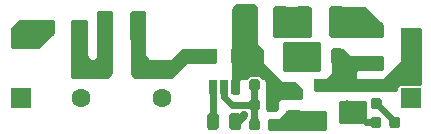
<source format=gbr>
%TF.GenerationSoftware,KiCad,Pcbnew,(5.0.2)-1*%
%TF.CreationDate,2019-03-05T14:35:33+01:00*%
%TF.ProjectId,ac-dc-converter-mp171,61632d64-632d-4636-9f6e-766572746572,rev?*%
%TF.SameCoordinates,Original*%
%TF.FileFunction,Copper,L1,Top*%
%TF.FilePolarity,Positive*%
%FSLAX46Y46*%
G04 Gerber Fmt 4.6, Leading zero omitted, Abs format (unit mm)*
G04 Created by KiCad (PCBNEW (5.0.2)-1) date 05/03/2019 14:35:33*
%MOMM*%
%LPD*%
G01*
G04 APERTURE LIST*
%ADD10C,0.100000*%
%ADD11C,0.875000*%
%ADD12R,1.600000X1.600000*%
%ADD13C,1.600000*%
%ADD14C,1.250000*%
%ADD15C,0.975000*%
%ADD16R,1.700000X1.700000*%
%ADD17R,0.650000X1.220000*%
%ADD18R,1.100000X1.100000*%
%ADD19C,0.800000*%
%ADD20C,0.900000*%
%ADD21C,0.700000*%
%ADD22C,0.600000*%
%ADD23C,0.254000*%
G04 APERTURE END LIST*
D10*
G36*
X139533691Y-105698053D02*
X139554926Y-105701203D01*
X139575750Y-105706419D01*
X139595962Y-105713651D01*
X139615368Y-105722830D01*
X139633781Y-105733866D01*
X139651024Y-105746654D01*
X139666930Y-105761070D01*
X139681346Y-105776976D01*
X139694134Y-105794219D01*
X139705170Y-105812632D01*
X139714349Y-105832038D01*
X139721581Y-105852250D01*
X139726797Y-105873074D01*
X139729947Y-105894309D01*
X139731000Y-105915750D01*
X139731000Y-106428250D01*
X139729947Y-106449691D01*
X139726797Y-106470926D01*
X139721581Y-106491750D01*
X139714349Y-106511962D01*
X139705170Y-106531368D01*
X139694134Y-106549781D01*
X139681346Y-106567024D01*
X139666930Y-106582930D01*
X139651024Y-106597346D01*
X139633781Y-106610134D01*
X139615368Y-106621170D01*
X139595962Y-106630349D01*
X139575750Y-106637581D01*
X139554926Y-106642797D01*
X139533691Y-106645947D01*
X139512250Y-106647000D01*
X139074750Y-106647000D01*
X139053309Y-106645947D01*
X139032074Y-106642797D01*
X139011250Y-106637581D01*
X138991038Y-106630349D01*
X138971632Y-106621170D01*
X138953219Y-106610134D01*
X138935976Y-106597346D01*
X138920070Y-106582930D01*
X138905654Y-106567024D01*
X138892866Y-106549781D01*
X138881830Y-106531368D01*
X138872651Y-106511962D01*
X138865419Y-106491750D01*
X138860203Y-106470926D01*
X138857053Y-106449691D01*
X138856000Y-106428250D01*
X138856000Y-105915750D01*
X138857053Y-105894309D01*
X138860203Y-105873074D01*
X138865419Y-105852250D01*
X138872651Y-105832038D01*
X138881830Y-105812632D01*
X138892866Y-105794219D01*
X138905654Y-105776976D01*
X138920070Y-105761070D01*
X138935976Y-105746654D01*
X138953219Y-105733866D01*
X138971632Y-105722830D01*
X138991038Y-105713651D01*
X139011250Y-105706419D01*
X139032074Y-105701203D01*
X139053309Y-105698053D01*
X139074750Y-105697000D01*
X139512250Y-105697000D01*
X139533691Y-105698053D01*
X139533691Y-105698053D01*
G37*
D11*
X139293500Y-106172000D03*
D10*
G36*
X141108691Y-105698053D02*
X141129926Y-105701203D01*
X141150750Y-105706419D01*
X141170962Y-105713651D01*
X141190368Y-105722830D01*
X141208781Y-105733866D01*
X141226024Y-105746654D01*
X141241930Y-105761070D01*
X141256346Y-105776976D01*
X141269134Y-105794219D01*
X141280170Y-105812632D01*
X141289349Y-105832038D01*
X141296581Y-105852250D01*
X141301797Y-105873074D01*
X141304947Y-105894309D01*
X141306000Y-105915750D01*
X141306000Y-106428250D01*
X141304947Y-106449691D01*
X141301797Y-106470926D01*
X141296581Y-106491750D01*
X141289349Y-106511962D01*
X141280170Y-106531368D01*
X141269134Y-106549781D01*
X141256346Y-106567024D01*
X141241930Y-106582930D01*
X141226024Y-106597346D01*
X141208781Y-106610134D01*
X141190368Y-106621170D01*
X141170962Y-106630349D01*
X141150750Y-106637581D01*
X141129926Y-106642797D01*
X141108691Y-106645947D01*
X141087250Y-106647000D01*
X140649750Y-106647000D01*
X140628309Y-106645947D01*
X140607074Y-106642797D01*
X140586250Y-106637581D01*
X140566038Y-106630349D01*
X140546632Y-106621170D01*
X140528219Y-106610134D01*
X140510976Y-106597346D01*
X140495070Y-106582930D01*
X140480654Y-106567024D01*
X140467866Y-106549781D01*
X140456830Y-106531368D01*
X140447651Y-106511962D01*
X140440419Y-106491750D01*
X140435203Y-106470926D01*
X140432053Y-106449691D01*
X140431000Y-106428250D01*
X140431000Y-105915750D01*
X140432053Y-105894309D01*
X140435203Y-105873074D01*
X140440419Y-105852250D01*
X140447651Y-105832038D01*
X140456830Y-105812632D01*
X140467866Y-105794219D01*
X140480654Y-105776976D01*
X140495070Y-105761070D01*
X140510976Y-105746654D01*
X140528219Y-105733866D01*
X140546632Y-105722830D01*
X140566038Y-105713651D01*
X140586250Y-105706419D01*
X140607074Y-105701203D01*
X140628309Y-105698053D01*
X140649750Y-105697000D01*
X141087250Y-105697000D01*
X141108691Y-105698053D01*
X141108691Y-105698053D01*
G37*
D11*
X140868500Y-106172000D03*
D10*
G36*
X139596691Y-102560553D02*
X139617926Y-102563703D01*
X139638750Y-102568919D01*
X139658962Y-102576151D01*
X139678368Y-102585330D01*
X139696781Y-102596366D01*
X139714024Y-102609154D01*
X139729930Y-102623570D01*
X139744346Y-102639476D01*
X139757134Y-102656719D01*
X139768170Y-102675132D01*
X139777349Y-102694538D01*
X139784581Y-102714750D01*
X139789797Y-102735574D01*
X139792947Y-102756809D01*
X139794000Y-102778250D01*
X139794000Y-103215750D01*
X139792947Y-103237191D01*
X139789797Y-103258426D01*
X139784581Y-103279250D01*
X139777349Y-103299462D01*
X139768170Y-103318868D01*
X139757134Y-103337281D01*
X139744346Y-103354524D01*
X139729930Y-103370430D01*
X139714024Y-103384846D01*
X139696781Y-103397634D01*
X139678368Y-103408670D01*
X139658962Y-103417849D01*
X139638750Y-103425081D01*
X139617926Y-103430297D01*
X139596691Y-103433447D01*
X139575250Y-103434500D01*
X139062750Y-103434500D01*
X139041309Y-103433447D01*
X139020074Y-103430297D01*
X138999250Y-103425081D01*
X138979038Y-103417849D01*
X138959632Y-103408670D01*
X138941219Y-103397634D01*
X138923976Y-103384846D01*
X138908070Y-103370430D01*
X138893654Y-103354524D01*
X138880866Y-103337281D01*
X138869830Y-103318868D01*
X138860651Y-103299462D01*
X138853419Y-103279250D01*
X138848203Y-103258426D01*
X138845053Y-103237191D01*
X138844000Y-103215750D01*
X138844000Y-102778250D01*
X138845053Y-102756809D01*
X138848203Y-102735574D01*
X138853419Y-102714750D01*
X138860651Y-102694538D01*
X138869830Y-102675132D01*
X138880866Y-102656719D01*
X138893654Y-102639476D01*
X138908070Y-102623570D01*
X138923976Y-102609154D01*
X138941219Y-102596366D01*
X138959632Y-102585330D01*
X138979038Y-102576151D01*
X138999250Y-102568919D01*
X139020074Y-102563703D01*
X139041309Y-102560553D01*
X139062750Y-102559500D01*
X139575250Y-102559500D01*
X139596691Y-102560553D01*
X139596691Y-102560553D01*
G37*
D11*
X139319000Y-102997000D03*
D10*
G36*
X139596691Y-104135553D02*
X139617926Y-104138703D01*
X139638750Y-104143919D01*
X139658962Y-104151151D01*
X139678368Y-104160330D01*
X139696781Y-104171366D01*
X139714024Y-104184154D01*
X139729930Y-104198570D01*
X139744346Y-104214476D01*
X139757134Y-104231719D01*
X139768170Y-104250132D01*
X139777349Y-104269538D01*
X139784581Y-104289750D01*
X139789797Y-104310574D01*
X139792947Y-104331809D01*
X139794000Y-104353250D01*
X139794000Y-104790750D01*
X139792947Y-104812191D01*
X139789797Y-104833426D01*
X139784581Y-104854250D01*
X139777349Y-104874462D01*
X139768170Y-104893868D01*
X139757134Y-104912281D01*
X139744346Y-104929524D01*
X139729930Y-104945430D01*
X139714024Y-104959846D01*
X139696781Y-104972634D01*
X139678368Y-104983670D01*
X139658962Y-104992849D01*
X139638750Y-105000081D01*
X139617926Y-105005297D01*
X139596691Y-105008447D01*
X139575250Y-105009500D01*
X139062750Y-105009500D01*
X139041309Y-105008447D01*
X139020074Y-105005297D01*
X138999250Y-105000081D01*
X138979038Y-104992849D01*
X138959632Y-104983670D01*
X138941219Y-104972634D01*
X138923976Y-104959846D01*
X138908070Y-104945430D01*
X138893654Y-104929524D01*
X138880866Y-104912281D01*
X138869830Y-104893868D01*
X138860651Y-104874462D01*
X138853419Y-104854250D01*
X138848203Y-104833426D01*
X138845053Y-104812191D01*
X138844000Y-104790750D01*
X138844000Y-104353250D01*
X138845053Y-104331809D01*
X138848203Y-104310574D01*
X138853419Y-104289750D01*
X138860651Y-104269538D01*
X138869830Y-104250132D01*
X138880866Y-104231719D01*
X138893654Y-104214476D01*
X138908070Y-104198570D01*
X138923976Y-104184154D01*
X138941219Y-104171366D01*
X138959632Y-104160330D01*
X138979038Y-104151151D01*
X138999250Y-104143919D01*
X139020074Y-104138703D01*
X139041309Y-104135553D01*
X139062750Y-104134500D01*
X139575250Y-104134500D01*
X139596691Y-104135553D01*
X139596691Y-104135553D01*
G37*
D11*
X139319000Y-104572000D03*
D12*
X121158000Y-101640000D03*
D13*
X121158000Y-104140000D03*
D10*
G36*
X116728504Y-96720204D02*
X116752773Y-96723804D01*
X116776571Y-96729765D01*
X116799671Y-96738030D01*
X116821849Y-96748520D01*
X116842893Y-96761133D01*
X116862598Y-96775747D01*
X116880777Y-96792223D01*
X116897253Y-96810402D01*
X116911867Y-96830107D01*
X116924480Y-96851151D01*
X116934970Y-96873329D01*
X116943235Y-96896429D01*
X116949196Y-96920227D01*
X116952796Y-96944496D01*
X116954000Y-96969000D01*
X116954000Y-99119000D01*
X116952796Y-99143504D01*
X116949196Y-99167773D01*
X116943235Y-99191571D01*
X116934970Y-99214671D01*
X116924480Y-99236849D01*
X116911867Y-99257893D01*
X116897253Y-99277598D01*
X116880777Y-99295777D01*
X116862598Y-99312253D01*
X116842893Y-99326867D01*
X116821849Y-99339480D01*
X116799671Y-99349970D01*
X116776571Y-99358235D01*
X116752773Y-99364196D01*
X116728504Y-99367796D01*
X116704000Y-99369000D01*
X115954000Y-99369000D01*
X115929496Y-99367796D01*
X115905227Y-99364196D01*
X115881429Y-99358235D01*
X115858329Y-99349970D01*
X115836151Y-99339480D01*
X115815107Y-99326867D01*
X115795402Y-99312253D01*
X115777223Y-99295777D01*
X115760747Y-99277598D01*
X115746133Y-99257893D01*
X115733520Y-99236849D01*
X115723030Y-99214671D01*
X115714765Y-99191571D01*
X115708804Y-99167773D01*
X115705204Y-99143504D01*
X115704000Y-99119000D01*
X115704000Y-96969000D01*
X115705204Y-96944496D01*
X115708804Y-96920227D01*
X115714765Y-96896429D01*
X115723030Y-96873329D01*
X115733520Y-96851151D01*
X115746133Y-96830107D01*
X115760747Y-96810402D01*
X115777223Y-96792223D01*
X115795402Y-96775747D01*
X115815107Y-96761133D01*
X115836151Y-96748520D01*
X115858329Y-96738030D01*
X115881429Y-96729765D01*
X115905227Y-96723804D01*
X115929496Y-96720204D01*
X115954000Y-96719000D01*
X116704000Y-96719000D01*
X116728504Y-96720204D01*
X116728504Y-96720204D01*
G37*
D14*
X116329000Y-98044000D03*
D10*
G36*
X119528504Y-96720204D02*
X119552773Y-96723804D01*
X119576571Y-96729765D01*
X119599671Y-96738030D01*
X119621849Y-96748520D01*
X119642893Y-96761133D01*
X119662598Y-96775747D01*
X119680777Y-96792223D01*
X119697253Y-96810402D01*
X119711867Y-96830107D01*
X119724480Y-96851151D01*
X119734970Y-96873329D01*
X119743235Y-96896429D01*
X119749196Y-96920227D01*
X119752796Y-96944496D01*
X119754000Y-96969000D01*
X119754000Y-99119000D01*
X119752796Y-99143504D01*
X119749196Y-99167773D01*
X119743235Y-99191571D01*
X119734970Y-99214671D01*
X119724480Y-99236849D01*
X119711867Y-99257893D01*
X119697253Y-99277598D01*
X119680777Y-99295777D01*
X119662598Y-99312253D01*
X119642893Y-99326867D01*
X119621849Y-99339480D01*
X119599671Y-99349970D01*
X119576571Y-99358235D01*
X119552773Y-99364196D01*
X119528504Y-99367796D01*
X119504000Y-99369000D01*
X118754000Y-99369000D01*
X118729496Y-99367796D01*
X118705227Y-99364196D01*
X118681429Y-99358235D01*
X118658329Y-99349970D01*
X118636151Y-99339480D01*
X118615107Y-99326867D01*
X118595402Y-99312253D01*
X118577223Y-99295777D01*
X118560747Y-99277598D01*
X118546133Y-99257893D01*
X118533520Y-99236849D01*
X118523030Y-99214671D01*
X118514765Y-99191571D01*
X118508804Y-99167773D01*
X118505204Y-99143504D01*
X118504000Y-99119000D01*
X118504000Y-96969000D01*
X118505204Y-96944496D01*
X118508804Y-96920227D01*
X118514765Y-96896429D01*
X118523030Y-96873329D01*
X118533520Y-96851151D01*
X118546133Y-96830107D01*
X118560747Y-96810402D01*
X118577223Y-96792223D01*
X118595402Y-96775747D01*
X118615107Y-96761133D01*
X118636151Y-96748520D01*
X118658329Y-96738030D01*
X118681429Y-96729765D01*
X118705227Y-96723804D01*
X118729496Y-96720204D01*
X118754000Y-96719000D01*
X119504000Y-96719000D01*
X119528504Y-96720204D01*
X119528504Y-96720204D01*
G37*
D14*
X119129000Y-98044000D03*
D10*
G36*
X127633642Y-105409674D02*
X127657303Y-105413184D01*
X127680507Y-105418996D01*
X127703029Y-105427054D01*
X127724653Y-105437282D01*
X127745170Y-105449579D01*
X127764383Y-105463829D01*
X127782107Y-105479893D01*
X127798171Y-105497617D01*
X127812421Y-105516830D01*
X127824718Y-105537347D01*
X127834946Y-105558971D01*
X127843004Y-105581493D01*
X127848816Y-105604697D01*
X127852326Y-105628358D01*
X127853500Y-105652250D01*
X127853500Y-106564750D01*
X127852326Y-106588642D01*
X127848816Y-106612303D01*
X127843004Y-106635507D01*
X127834946Y-106658029D01*
X127824718Y-106679653D01*
X127812421Y-106700170D01*
X127798171Y-106719383D01*
X127782107Y-106737107D01*
X127764383Y-106753171D01*
X127745170Y-106767421D01*
X127724653Y-106779718D01*
X127703029Y-106789946D01*
X127680507Y-106798004D01*
X127657303Y-106803816D01*
X127633642Y-106807326D01*
X127609750Y-106808500D01*
X127122250Y-106808500D01*
X127098358Y-106807326D01*
X127074697Y-106803816D01*
X127051493Y-106798004D01*
X127028971Y-106789946D01*
X127007347Y-106779718D01*
X126986830Y-106767421D01*
X126967617Y-106753171D01*
X126949893Y-106737107D01*
X126933829Y-106719383D01*
X126919579Y-106700170D01*
X126907282Y-106679653D01*
X126897054Y-106658029D01*
X126888996Y-106635507D01*
X126883184Y-106612303D01*
X126879674Y-106588642D01*
X126878500Y-106564750D01*
X126878500Y-105652250D01*
X126879674Y-105628358D01*
X126883184Y-105604697D01*
X126888996Y-105581493D01*
X126897054Y-105558971D01*
X126907282Y-105537347D01*
X126919579Y-105516830D01*
X126933829Y-105497617D01*
X126949893Y-105479893D01*
X126967617Y-105463829D01*
X126986830Y-105449579D01*
X127007347Y-105437282D01*
X127028971Y-105427054D01*
X127051493Y-105418996D01*
X127074697Y-105413184D01*
X127098358Y-105409674D01*
X127122250Y-105408500D01*
X127609750Y-105408500D01*
X127633642Y-105409674D01*
X127633642Y-105409674D01*
G37*
D15*
X127366000Y-106108500D03*
D10*
G36*
X125758642Y-105409674D02*
X125782303Y-105413184D01*
X125805507Y-105418996D01*
X125828029Y-105427054D01*
X125849653Y-105437282D01*
X125870170Y-105449579D01*
X125889383Y-105463829D01*
X125907107Y-105479893D01*
X125923171Y-105497617D01*
X125937421Y-105516830D01*
X125949718Y-105537347D01*
X125959946Y-105558971D01*
X125968004Y-105581493D01*
X125973816Y-105604697D01*
X125977326Y-105628358D01*
X125978500Y-105652250D01*
X125978500Y-106564750D01*
X125977326Y-106588642D01*
X125973816Y-106612303D01*
X125968004Y-106635507D01*
X125959946Y-106658029D01*
X125949718Y-106679653D01*
X125937421Y-106700170D01*
X125923171Y-106719383D01*
X125907107Y-106737107D01*
X125889383Y-106753171D01*
X125870170Y-106767421D01*
X125849653Y-106779718D01*
X125828029Y-106789946D01*
X125805507Y-106798004D01*
X125782303Y-106803816D01*
X125758642Y-106807326D01*
X125734750Y-106808500D01*
X125247250Y-106808500D01*
X125223358Y-106807326D01*
X125199697Y-106803816D01*
X125176493Y-106798004D01*
X125153971Y-106789946D01*
X125132347Y-106779718D01*
X125111830Y-106767421D01*
X125092617Y-106753171D01*
X125074893Y-106737107D01*
X125058829Y-106719383D01*
X125044579Y-106700170D01*
X125032282Y-106679653D01*
X125022054Y-106658029D01*
X125013996Y-106635507D01*
X125008184Y-106612303D01*
X125004674Y-106588642D01*
X125003500Y-106564750D01*
X125003500Y-105652250D01*
X125004674Y-105628358D01*
X125008184Y-105604697D01*
X125013996Y-105581493D01*
X125022054Y-105558971D01*
X125032282Y-105537347D01*
X125044579Y-105516830D01*
X125058829Y-105497617D01*
X125074893Y-105479893D01*
X125092617Y-105463829D01*
X125111830Y-105449579D01*
X125132347Y-105437282D01*
X125153971Y-105427054D01*
X125176493Y-105418996D01*
X125199697Y-105413184D01*
X125223358Y-105409674D01*
X125247250Y-105408500D01*
X125734750Y-105408500D01*
X125758642Y-105409674D01*
X125758642Y-105409674D01*
G37*
D15*
X125491000Y-106108500D03*
D10*
G36*
X130821691Y-104237553D02*
X130842926Y-104240703D01*
X130863750Y-104245919D01*
X130883962Y-104253151D01*
X130903368Y-104262330D01*
X130921781Y-104273366D01*
X130939024Y-104286154D01*
X130954930Y-104300570D01*
X130969346Y-104316476D01*
X130982134Y-104333719D01*
X130993170Y-104352132D01*
X131002349Y-104371538D01*
X131009581Y-104391750D01*
X131014797Y-104412574D01*
X131017947Y-104433809D01*
X131019000Y-104455250D01*
X131019000Y-104967750D01*
X131017947Y-104989191D01*
X131014797Y-105010426D01*
X131009581Y-105031250D01*
X131002349Y-105051462D01*
X130993170Y-105070868D01*
X130982134Y-105089281D01*
X130969346Y-105106524D01*
X130954930Y-105122430D01*
X130939024Y-105136846D01*
X130921781Y-105149634D01*
X130903368Y-105160670D01*
X130883962Y-105169849D01*
X130863750Y-105177081D01*
X130842926Y-105182297D01*
X130821691Y-105185447D01*
X130800250Y-105186500D01*
X130362750Y-105186500D01*
X130341309Y-105185447D01*
X130320074Y-105182297D01*
X130299250Y-105177081D01*
X130279038Y-105169849D01*
X130259632Y-105160670D01*
X130241219Y-105149634D01*
X130223976Y-105136846D01*
X130208070Y-105122430D01*
X130193654Y-105106524D01*
X130180866Y-105089281D01*
X130169830Y-105070868D01*
X130160651Y-105051462D01*
X130153419Y-105031250D01*
X130148203Y-105010426D01*
X130145053Y-104989191D01*
X130144000Y-104967750D01*
X130144000Y-104455250D01*
X130145053Y-104433809D01*
X130148203Y-104412574D01*
X130153419Y-104391750D01*
X130160651Y-104371538D01*
X130169830Y-104352132D01*
X130180866Y-104333719D01*
X130193654Y-104316476D01*
X130208070Y-104300570D01*
X130223976Y-104286154D01*
X130241219Y-104273366D01*
X130259632Y-104262330D01*
X130279038Y-104253151D01*
X130299250Y-104245919D01*
X130320074Y-104240703D01*
X130341309Y-104237553D01*
X130362750Y-104236500D01*
X130800250Y-104236500D01*
X130821691Y-104237553D01*
X130821691Y-104237553D01*
G37*
D11*
X130581500Y-104711500D03*
D10*
G36*
X129246691Y-104237553D02*
X129267926Y-104240703D01*
X129288750Y-104245919D01*
X129308962Y-104253151D01*
X129328368Y-104262330D01*
X129346781Y-104273366D01*
X129364024Y-104286154D01*
X129379930Y-104300570D01*
X129394346Y-104316476D01*
X129407134Y-104333719D01*
X129418170Y-104352132D01*
X129427349Y-104371538D01*
X129434581Y-104391750D01*
X129439797Y-104412574D01*
X129442947Y-104433809D01*
X129444000Y-104455250D01*
X129444000Y-104967750D01*
X129442947Y-104989191D01*
X129439797Y-105010426D01*
X129434581Y-105031250D01*
X129427349Y-105051462D01*
X129418170Y-105070868D01*
X129407134Y-105089281D01*
X129394346Y-105106524D01*
X129379930Y-105122430D01*
X129364024Y-105136846D01*
X129346781Y-105149634D01*
X129328368Y-105160670D01*
X129308962Y-105169849D01*
X129288750Y-105177081D01*
X129267926Y-105182297D01*
X129246691Y-105185447D01*
X129225250Y-105186500D01*
X128787750Y-105186500D01*
X128766309Y-105185447D01*
X128745074Y-105182297D01*
X128724250Y-105177081D01*
X128704038Y-105169849D01*
X128684632Y-105160670D01*
X128666219Y-105149634D01*
X128648976Y-105136846D01*
X128633070Y-105122430D01*
X128618654Y-105106524D01*
X128605866Y-105089281D01*
X128594830Y-105070868D01*
X128585651Y-105051462D01*
X128578419Y-105031250D01*
X128573203Y-105010426D01*
X128570053Y-104989191D01*
X128569000Y-104967750D01*
X128569000Y-104455250D01*
X128570053Y-104433809D01*
X128573203Y-104412574D01*
X128578419Y-104391750D01*
X128585651Y-104371538D01*
X128594830Y-104352132D01*
X128605866Y-104333719D01*
X128618654Y-104316476D01*
X128633070Y-104300570D01*
X128648976Y-104286154D01*
X128666219Y-104273366D01*
X128684632Y-104262330D01*
X128704038Y-104253151D01*
X128724250Y-104245919D01*
X128745074Y-104240703D01*
X128766309Y-104237553D01*
X128787750Y-104236500D01*
X129225250Y-104236500D01*
X129246691Y-104237553D01*
X129246691Y-104237553D01*
G37*
D11*
X129006500Y-104711500D03*
D10*
G36*
X132814142Y-105162674D02*
X132837803Y-105166184D01*
X132861007Y-105171996D01*
X132883529Y-105180054D01*
X132905153Y-105190282D01*
X132925670Y-105202579D01*
X132944883Y-105216829D01*
X132962607Y-105232893D01*
X132978671Y-105250617D01*
X132992921Y-105269830D01*
X133005218Y-105290347D01*
X133015446Y-105311971D01*
X133023504Y-105334493D01*
X133029316Y-105357697D01*
X133032826Y-105381358D01*
X133034000Y-105405250D01*
X133034000Y-105892750D01*
X133032826Y-105916642D01*
X133029316Y-105940303D01*
X133023504Y-105963507D01*
X133015446Y-105986029D01*
X133005218Y-106007653D01*
X132992921Y-106028170D01*
X132978671Y-106047383D01*
X132962607Y-106065107D01*
X132944883Y-106081171D01*
X132925670Y-106095421D01*
X132905153Y-106107718D01*
X132883529Y-106117946D01*
X132861007Y-106126004D01*
X132837803Y-106131816D01*
X132814142Y-106135326D01*
X132790250Y-106136500D01*
X131877750Y-106136500D01*
X131853858Y-106135326D01*
X131830197Y-106131816D01*
X131806993Y-106126004D01*
X131784471Y-106117946D01*
X131762847Y-106107718D01*
X131742330Y-106095421D01*
X131723117Y-106081171D01*
X131705393Y-106065107D01*
X131689329Y-106047383D01*
X131675079Y-106028170D01*
X131662782Y-106007653D01*
X131652554Y-105986029D01*
X131644496Y-105963507D01*
X131638684Y-105940303D01*
X131635174Y-105916642D01*
X131634000Y-105892750D01*
X131634000Y-105405250D01*
X131635174Y-105381358D01*
X131638684Y-105357697D01*
X131644496Y-105334493D01*
X131652554Y-105311971D01*
X131662782Y-105290347D01*
X131675079Y-105269830D01*
X131689329Y-105250617D01*
X131705393Y-105232893D01*
X131723117Y-105216829D01*
X131742330Y-105202579D01*
X131762847Y-105190282D01*
X131784471Y-105180054D01*
X131806993Y-105171996D01*
X131830197Y-105166184D01*
X131853858Y-105162674D01*
X131877750Y-105161500D01*
X132790250Y-105161500D01*
X132814142Y-105162674D01*
X132814142Y-105162674D01*
G37*
D15*
X132334000Y-105649000D03*
D10*
G36*
X132814142Y-103287674D02*
X132837803Y-103291184D01*
X132861007Y-103296996D01*
X132883529Y-103305054D01*
X132905153Y-103315282D01*
X132925670Y-103327579D01*
X132944883Y-103341829D01*
X132962607Y-103357893D01*
X132978671Y-103375617D01*
X132992921Y-103394830D01*
X133005218Y-103415347D01*
X133015446Y-103436971D01*
X133023504Y-103459493D01*
X133029316Y-103482697D01*
X133032826Y-103506358D01*
X133034000Y-103530250D01*
X133034000Y-104017750D01*
X133032826Y-104041642D01*
X133029316Y-104065303D01*
X133023504Y-104088507D01*
X133015446Y-104111029D01*
X133005218Y-104132653D01*
X132992921Y-104153170D01*
X132978671Y-104172383D01*
X132962607Y-104190107D01*
X132944883Y-104206171D01*
X132925670Y-104220421D01*
X132905153Y-104232718D01*
X132883529Y-104242946D01*
X132861007Y-104251004D01*
X132837803Y-104256816D01*
X132814142Y-104260326D01*
X132790250Y-104261500D01*
X131877750Y-104261500D01*
X131853858Y-104260326D01*
X131830197Y-104256816D01*
X131806993Y-104251004D01*
X131784471Y-104242946D01*
X131762847Y-104232718D01*
X131742330Y-104220421D01*
X131723117Y-104206171D01*
X131705393Y-104190107D01*
X131689329Y-104172383D01*
X131675079Y-104153170D01*
X131662782Y-104132653D01*
X131652554Y-104111029D01*
X131644496Y-104088507D01*
X131638684Y-104065303D01*
X131635174Y-104041642D01*
X131634000Y-104017750D01*
X131634000Y-103530250D01*
X131635174Y-103506358D01*
X131638684Y-103482697D01*
X131644496Y-103459493D01*
X131652554Y-103436971D01*
X131662782Y-103415347D01*
X131675079Y-103394830D01*
X131689329Y-103375617D01*
X131705393Y-103357893D01*
X131723117Y-103341829D01*
X131742330Y-103327579D01*
X131762847Y-103315282D01*
X131784471Y-103305054D01*
X131806993Y-103296996D01*
X131830197Y-103291184D01*
X131853858Y-103287674D01*
X131877750Y-103286500D01*
X132790250Y-103286500D01*
X132814142Y-103287674D01*
X132814142Y-103287674D01*
G37*
D15*
X132334000Y-103774000D03*
D16*
X142240000Y-99060000D03*
X142240000Y-104140000D03*
D10*
G36*
X136269642Y-99885174D02*
X136293303Y-99888684D01*
X136316507Y-99894496D01*
X136339029Y-99902554D01*
X136360653Y-99912782D01*
X136381170Y-99925079D01*
X136400383Y-99939329D01*
X136418107Y-99955393D01*
X136434171Y-99973117D01*
X136448421Y-99992330D01*
X136460718Y-100012847D01*
X136470946Y-100034471D01*
X136479004Y-100056993D01*
X136484816Y-100080197D01*
X136488326Y-100103858D01*
X136489500Y-100127750D01*
X136489500Y-101040250D01*
X136488326Y-101064142D01*
X136484816Y-101087803D01*
X136479004Y-101111007D01*
X136470946Y-101133529D01*
X136460718Y-101155153D01*
X136448421Y-101175670D01*
X136434171Y-101194883D01*
X136418107Y-101212607D01*
X136400383Y-101228671D01*
X136381170Y-101242921D01*
X136360653Y-101255218D01*
X136339029Y-101265446D01*
X136316507Y-101273504D01*
X136293303Y-101279316D01*
X136269642Y-101282826D01*
X136245750Y-101284000D01*
X135758250Y-101284000D01*
X135734358Y-101282826D01*
X135710697Y-101279316D01*
X135687493Y-101273504D01*
X135664971Y-101265446D01*
X135643347Y-101255218D01*
X135622830Y-101242921D01*
X135603617Y-101228671D01*
X135585893Y-101212607D01*
X135569829Y-101194883D01*
X135555579Y-101175670D01*
X135543282Y-101155153D01*
X135533054Y-101133529D01*
X135524996Y-101111007D01*
X135519184Y-101087803D01*
X135515674Y-101064142D01*
X135514500Y-101040250D01*
X135514500Y-100127750D01*
X135515674Y-100103858D01*
X135519184Y-100080197D01*
X135524996Y-100056993D01*
X135533054Y-100034471D01*
X135543282Y-100012847D01*
X135555579Y-99992330D01*
X135569829Y-99973117D01*
X135585893Y-99955393D01*
X135603617Y-99939329D01*
X135622830Y-99925079D01*
X135643347Y-99912782D01*
X135664971Y-99902554D01*
X135687493Y-99894496D01*
X135710697Y-99888684D01*
X135734358Y-99885174D01*
X135758250Y-99884000D01*
X136245750Y-99884000D01*
X136269642Y-99885174D01*
X136269642Y-99885174D01*
G37*
D15*
X136002000Y-100584000D03*
D10*
G36*
X134394642Y-99885174D02*
X134418303Y-99888684D01*
X134441507Y-99894496D01*
X134464029Y-99902554D01*
X134485653Y-99912782D01*
X134506170Y-99925079D01*
X134525383Y-99939329D01*
X134543107Y-99955393D01*
X134559171Y-99973117D01*
X134573421Y-99992330D01*
X134585718Y-100012847D01*
X134595946Y-100034471D01*
X134604004Y-100056993D01*
X134609816Y-100080197D01*
X134613326Y-100103858D01*
X134614500Y-100127750D01*
X134614500Y-101040250D01*
X134613326Y-101064142D01*
X134609816Y-101087803D01*
X134604004Y-101111007D01*
X134595946Y-101133529D01*
X134585718Y-101155153D01*
X134573421Y-101175670D01*
X134559171Y-101194883D01*
X134543107Y-101212607D01*
X134525383Y-101228671D01*
X134506170Y-101242921D01*
X134485653Y-101255218D01*
X134464029Y-101265446D01*
X134441507Y-101273504D01*
X134418303Y-101279316D01*
X134394642Y-101282826D01*
X134370750Y-101284000D01*
X133883250Y-101284000D01*
X133859358Y-101282826D01*
X133835697Y-101279316D01*
X133812493Y-101273504D01*
X133789971Y-101265446D01*
X133768347Y-101255218D01*
X133747830Y-101242921D01*
X133728617Y-101228671D01*
X133710893Y-101212607D01*
X133694829Y-101194883D01*
X133680579Y-101175670D01*
X133668282Y-101155153D01*
X133658054Y-101133529D01*
X133649996Y-101111007D01*
X133644184Y-101087803D01*
X133640674Y-101064142D01*
X133639500Y-101040250D01*
X133639500Y-100127750D01*
X133640674Y-100103858D01*
X133644184Y-100080197D01*
X133649996Y-100056993D01*
X133658054Y-100034471D01*
X133668282Y-100012847D01*
X133680579Y-99992330D01*
X133694829Y-99973117D01*
X133710893Y-99955393D01*
X133728617Y-99939329D01*
X133747830Y-99925079D01*
X133768347Y-99912782D01*
X133789971Y-99902554D01*
X133812493Y-99894496D01*
X133835697Y-99888684D01*
X133859358Y-99885174D01*
X133883250Y-99884000D01*
X134370750Y-99884000D01*
X134394642Y-99885174D01*
X134394642Y-99885174D01*
G37*
D15*
X134127000Y-100584000D03*
D17*
X125478500Y-103164000D03*
X126428500Y-103164000D03*
X127378500Y-103164000D03*
X127378500Y-100544000D03*
X125478500Y-100544000D03*
D10*
G36*
X137322642Y-102462174D02*
X137346303Y-102465684D01*
X137369507Y-102471496D01*
X137392029Y-102479554D01*
X137413653Y-102489782D01*
X137434170Y-102502079D01*
X137453383Y-102516329D01*
X137471107Y-102532393D01*
X137487171Y-102550117D01*
X137501421Y-102569330D01*
X137513718Y-102589847D01*
X137523946Y-102611471D01*
X137532004Y-102633993D01*
X137537816Y-102657197D01*
X137541326Y-102680858D01*
X137542500Y-102704750D01*
X137542500Y-103192250D01*
X137541326Y-103216142D01*
X137537816Y-103239803D01*
X137532004Y-103263007D01*
X137523946Y-103285529D01*
X137513718Y-103307153D01*
X137501421Y-103327670D01*
X137487171Y-103346883D01*
X137471107Y-103364607D01*
X137453383Y-103380671D01*
X137434170Y-103394921D01*
X137413653Y-103407218D01*
X137392029Y-103417446D01*
X137369507Y-103425504D01*
X137346303Y-103431316D01*
X137322642Y-103434826D01*
X137298750Y-103436000D01*
X136386250Y-103436000D01*
X136362358Y-103434826D01*
X136338697Y-103431316D01*
X136315493Y-103425504D01*
X136292971Y-103417446D01*
X136271347Y-103407218D01*
X136250830Y-103394921D01*
X136231617Y-103380671D01*
X136213893Y-103364607D01*
X136197829Y-103346883D01*
X136183579Y-103327670D01*
X136171282Y-103307153D01*
X136161054Y-103285529D01*
X136152996Y-103263007D01*
X136147184Y-103239803D01*
X136143674Y-103216142D01*
X136142500Y-103192250D01*
X136142500Y-102704750D01*
X136143674Y-102680858D01*
X136147184Y-102657197D01*
X136152996Y-102633993D01*
X136161054Y-102611471D01*
X136171282Y-102589847D01*
X136183579Y-102569330D01*
X136197829Y-102550117D01*
X136213893Y-102532393D01*
X136231617Y-102516329D01*
X136250830Y-102502079D01*
X136271347Y-102489782D01*
X136292971Y-102479554D01*
X136315493Y-102471496D01*
X136338697Y-102465684D01*
X136362358Y-102462174D01*
X136386250Y-102461000D01*
X137298750Y-102461000D01*
X137322642Y-102462174D01*
X137322642Y-102462174D01*
G37*
D15*
X136842500Y-102948500D03*
D10*
G36*
X137322642Y-104337174D02*
X137346303Y-104340684D01*
X137369507Y-104346496D01*
X137392029Y-104354554D01*
X137413653Y-104364782D01*
X137434170Y-104377079D01*
X137453383Y-104391329D01*
X137471107Y-104407393D01*
X137487171Y-104425117D01*
X137501421Y-104444330D01*
X137513718Y-104464847D01*
X137523946Y-104486471D01*
X137532004Y-104508993D01*
X137537816Y-104532197D01*
X137541326Y-104555858D01*
X137542500Y-104579750D01*
X137542500Y-105067250D01*
X137541326Y-105091142D01*
X137537816Y-105114803D01*
X137532004Y-105138007D01*
X137523946Y-105160529D01*
X137513718Y-105182153D01*
X137501421Y-105202670D01*
X137487171Y-105221883D01*
X137471107Y-105239607D01*
X137453383Y-105255671D01*
X137434170Y-105269921D01*
X137413653Y-105282218D01*
X137392029Y-105292446D01*
X137369507Y-105300504D01*
X137346303Y-105306316D01*
X137322642Y-105309826D01*
X137298750Y-105311000D01*
X136386250Y-105311000D01*
X136362358Y-105309826D01*
X136338697Y-105306316D01*
X136315493Y-105300504D01*
X136292971Y-105292446D01*
X136271347Y-105282218D01*
X136250830Y-105269921D01*
X136231617Y-105255671D01*
X136213893Y-105239607D01*
X136197829Y-105221883D01*
X136183579Y-105202670D01*
X136171282Y-105182153D01*
X136161054Y-105160529D01*
X136152996Y-105138007D01*
X136147184Y-105114803D01*
X136143674Y-105091142D01*
X136142500Y-105067250D01*
X136142500Y-104579750D01*
X136143674Y-104555858D01*
X136147184Y-104532197D01*
X136152996Y-104508993D01*
X136161054Y-104486471D01*
X136171282Y-104464847D01*
X136183579Y-104444330D01*
X136197829Y-104425117D01*
X136213893Y-104407393D01*
X136231617Y-104391329D01*
X136250830Y-104377079D01*
X136271347Y-104364782D01*
X136292971Y-104354554D01*
X136315493Y-104346496D01*
X136338697Y-104340684D01*
X136362358Y-104337174D01*
X136386250Y-104336000D01*
X137298750Y-104336000D01*
X137322642Y-104337174D01*
X137322642Y-104337174D01*
G37*
D15*
X136842500Y-104823500D03*
D12*
X114300000Y-101640000D03*
D13*
X114300000Y-104140000D03*
D16*
X109220000Y-104140000D03*
X109220000Y-99060000D03*
D18*
X129159000Y-100584000D03*
X131959000Y-100584000D03*
X134556500Y-102994000D03*
X134556500Y-105794000D03*
X114300000Y-98044000D03*
X111500000Y-98044000D03*
D10*
G36*
X128793504Y-96339204D02*
X128817773Y-96342804D01*
X128841571Y-96348765D01*
X128864671Y-96357030D01*
X128886849Y-96367520D01*
X128907893Y-96380133D01*
X128927598Y-96394747D01*
X128945777Y-96411223D01*
X128962253Y-96429402D01*
X128976867Y-96449107D01*
X128989480Y-96470151D01*
X128999970Y-96492329D01*
X129008235Y-96515429D01*
X129014196Y-96539227D01*
X129017796Y-96563496D01*
X129019000Y-96588000D01*
X129019000Y-98738000D01*
X129017796Y-98762504D01*
X129014196Y-98786773D01*
X129008235Y-98810571D01*
X128999970Y-98833671D01*
X128989480Y-98855849D01*
X128976867Y-98876893D01*
X128962253Y-98896598D01*
X128945777Y-98914777D01*
X128927598Y-98931253D01*
X128907893Y-98945867D01*
X128886849Y-98958480D01*
X128864671Y-98968970D01*
X128841571Y-98977235D01*
X128817773Y-98983196D01*
X128793504Y-98986796D01*
X128769000Y-98988000D01*
X128019000Y-98988000D01*
X127994496Y-98986796D01*
X127970227Y-98983196D01*
X127946429Y-98977235D01*
X127923329Y-98968970D01*
X127901151Y-98958480D01*
X127880107Y-98945867D01*
X127860402Y-98931253D01*
X127842223Y-98914777D01*
X127825747Y-98896598D01*
X127811133Y-98876893D01*
X127798520Y-98855849D01*
X127788030Y-98833671D01*
X127779765Y-98810571D01*
X127773804Y-98786773D01*
X127770204Y-98762504D01*
X127769000Y-98738000D01*
X127769000Y-96588000D01*
X127770204Y-96563496D01*
X127773804Y-96539227D01*
X127779765Y-96515429D01*
X127788030Y-96492329D01*
X127798520Y-96470151D01*
X127811133Y-96449107D01*
X127825747Y-96429402D01*
X127842223Y-96411223D01*
X127860402Y-96394747D01*
X127880107Y-96380133D01*
X127901151Y-96367520D01*
X127923329Y-96357030D01*
X127946429Y-96348765D01*
X127970227Y-96342804D01*
X127994496Y-96339204D01*
X128019000Y-96338000D01*
X128769000Y-96338000D01*
X128793504Y-96339204D01*
X128793504Y-96339204D01*
G37*
D14*
X128394000Y-97663000D03*
D10*
G36*
X131593504Y-96339204D02*
X131617773Y-96342804D01*
X131641571Y-96348765D01*
X131664671Y-96357030D01*
X131686849Y-96367520D01*
X131707893Y-96380133D01*
X131727598Y-96394747D01*
X131745777Y-96411223D01*
X131762253Y-96429402D01*
X131776867Y-96449107D01*
X131789480Y-96470151D01*
X131799970Y-96492329D01*
X131808235Y-96515429D01*
X131814196Y-96539227D01*
X131817796Y-96563496D01*
X131819000Y-96588000D01*
X131819000Y-98738000D01*
X131817796Y-98762504D01*
X131814196Y-98786773D01*
X131808235Y-98810571D01*
X131799970Y-98833671D01*
X131789480Y-98855849D01*
X131776867Y-98876893D01*
X131762253Y-98896598D01*
X131745777Y-98914777D01*
X131727598Y-98931253D01*
X131707893Y-98945867D01*
X131686849Y-98958480D01*
X131664671Y-98968970D01*
X131641571Y-98977235D01*
X131617773Y-98983196D01*
X131593504Y-98986796D01*
X131569000Y-98988000D01*
X130819000Y-98988000D01*
X130794496Y-98986796D01*
X130770227Y-98983196D01*
X130746429Y-98977235D01*
X130723329Y-98968970D01*
X130701151Y-98958480D01*
X130680107Y-98945867D01*
X130660402Y-98931253D01*
X130642223Y-98914777D01*
X130625747Y-98896598D01*
X130611133Y-98876893D01*
X130598520Y-98855849D01*
X130588030Y-98833671D01*
X130579765Y-98810571D01*
X130573804Y-98786773D01*
X130570204Y-98762504D01*
X130569000Y-98738000D01*
X130569000Y-96588000D01*
X130570204Y-96563496D01*
X130573804Y-96539227D01*
X130579765Y-96515429D01*
X130588030Y-96492329D01*
X130598520Y-96470151D01*
X130611133Y-96449107D01*
X130625747Y-96429402D01*
X130642223Y-96411223D01*
X130660402Y-96394747D01*
X130680107Y-96380133D01*
X130701151Y-96367520D01*
X130723329Y-96357030D01*
X130746429Y-96348765D01*
X130770227Y-96342804D01*
X130794496Y-96339204D01*
X130819000Y-96338000D01*
X131569000Y-96338000D01*
X131593504Y-96339204D01*
X131593504Y-96339204D01*
G37*
D14*
X131194000Y-97663000D03*
D10*
G36*
X136356004Y-96339204D02*
X136380273Y-96342804D01*
X136404071Y-96348765D01*
X136427171Y-96357030D01*
X136449349Y-96367520D01*
X136470393Y-96380133D01*
X136490098Y-96394747D01*
X136508277Y-96411223D01*
X136524753Y-96429402D01*
X136539367Y-96449107D01*
X136551980Y-96470151D01*
X136562470Y-96492329D01*
X136570735Y-96515429D01*
X136576696Y-96539227D01*
X136580296Y-96563496D01*
X136581500Y-96588000D01*
X136581500Y-98738000D01*
X136580296Y-98762504D01*
X136576696Y-98786773D01*
X136570735Y-98810571D01*
X136562470Y-98833671D01*
X136551980Y-98855849D01*
X136539367Y-98876893D01*
X136524753Y-98896598D01*
X136508277Y-98914777D01*
X136490098Y-98931253D01*
X136470393Y-98945867D01*
X136449349Y-98958480D01*
X136427171Y-98968970D01*
X136404071Y-98977235D01*
X136380273Y-98983196D01*
X136356004Y-98986796D01*
X136331500Y-98988000D01*
X135581500Y-98988000D01*
X135556996Y-98986796D01*
X135532727Y-98983196D01*
X135508929Y-98977235D01*
X135485829Y-98968970D01*
X135463651Y-98958480D01*
X135442607Y-98945867D01*
X135422902Y-98931253D01*
X135404723Y-98914777D01*
X135388247Y-98896598D01*
X135373633Y-98876893D01*
X135361020Y-98855849D01*
X135350530Y-98833671D01*
X135342265Y-98810571D01*
X135336304Y-98786773D01*
X135332704Y-98762504D01*
X135331500Y-98738000D01*
X135331500Y-96588000D01*
X135332704Y-96563496D01*
X135336304Y-96539227D01*
X135342265Y-96515429D01*
X135350530Y-96492329D01*
X135361020Y-96470151D01*
X135373633Y-96449107D01*
X135388247Y-96429402D01*
X135404723Y-96411223D01*
X135422902Y-96394747D01*
X135442607Y-96380133D01*
X135463651Y-96367520D01*
X135485829Y-96357030D01*
X135508929Y-96348765D01*
X135532727Y-96342804D01*
X135556996Y-96339204D01*
X135581500Y-96338000D01*
X136331500Y-96338000D01*
X136356004Y-96339204D01*
X136356004Y-96339204D01*
G37*
D14*
X135956500Y-97663000D03*
D10*
G36*
X133556004Y-96339204D02*
X133580273Y-96342804D01*
X133604071Y-96348765D01*
X133627171Y-96357030D01*
X133649349Y-96367520D01*
X133670393Y-96380133D01*
X133690098Y-96394747D01*
X133708277Y-96411223D01*
X133724753Y-96429402D01*
X133739367Y-96449107D01*
X133751980Y-96470151D01*
X133762470Y-96492329D01*
X133770735Y-96515429D01*
X133776696Y-96539227D01*
X133780296Y-96563496D01*
X133781500Y-96588000D01*
X133781500Y-98738000D01*
X133780296Y-98762504D01*
X133776696Y-98786773D01*
X133770735Y-98810571D01*
X133762470Y-98833671D01*
X133751980Y-98855849D01*
X133739367Y-98876893D01*
X133724753Y-98896598D01*
X133708277Y-98914777D01*
X133690098Y-98931253D01*
X133670393Y-98945867D01*
X133649349Y-98958480D01*
X133627171Y-98968970D01*
X133604071Y-98977235D01*
X133580273Y-98983196D01*
X133556004Y-98986796D01*
X133531500Y-98988000D01*
X132781500Y-98988000D01*
X132756996Y-98986796D01*
X132732727Y-98983196D01*
X132708929Y-98977235D01*
X132685829Y-98968970D01*
X132663651Y-98958480D01*
X132642607Y-98945867D01*
X132622902Y-98931253D01*
X132604723Y-98914777D01*
X132588247Y-98896598D01*
X132573633Y-98876893D01*
X132561020Y-98855849D01*
X132550530Y-98833671D01*
X132542265Y-98810571D01*
X132536304Y-98786773D01*
X132532704Y-98762504D01*
X132531500Y-98738000D01*
X132531500Y-96588000D01*
X132532704Y-96563496D01*
X132536304Y-96539227D01*
X132542265Y-96515429D01*
X132550530Y-96492329D01*
X132561020Y-96470151D01*
X132573633Y-96449107D01*
X132588247Y-96429402D01*
X132604723Y-96411223D01*
X132622902Y-96394747D01*
X132642607Y-96380133D01*
X132663651Y-96367520D01*
X132685829Y-96357030D01*
X132708929Y-96348765D01*
X132732727Y-96342804D01*
X132756996Y-96339204D01*
X132781500Y-96338000D01*
X133531500Y-96338000D01*
X133556004Y-96339204D01*
X133556004Y-96339204D01*
G37*
D14*
X133156500Y-97663000D03*
D10*
G36*
X139656504Y-97734704D02*
X139680773Y-97738304D01*
X139704571Y-97744265D01*
X139727671Y-97752530D01*
X139749849Y-97763020D01*
X139770893Y-97775633D01*
X139790598Y-97790247D01*
X139808777Y-97806723D01*
X139825253Y-97824902D01*
X139839867Y-97844607D01*
X139852480Y-97865651D01*
X139862970Y-97887829D01*
X139871235Y-97910929D01*
X139877196Y-97934727D01*
X139880796Y-97958996D01*
X139882000Y-97983500D01*
X139882000Y-98733500D01*
X139880796Y-98758004D01*
X139877196Y-98782273D01*
X139871235Y-98806071D01*
X139862970Y-98829171D01*
X139852480Y-98851349D01*
X139839867Y-98872393D01*
X139825253Y-98892098D01*
X139808777Y-98910277D01*
X139790598Y-98926753D01*
X139770893Y-98941367D01*
X139749849Y-98953980D01*
X139727671Y-98964470D01*
X139704571Y-98972735D01*
X139680773Y-98978696D01*
X139656504Y-98982296D01*
X139632000Y-98983500D01*
X137482000Y-98983500D01*
X137457496Y-98982296D01*
X137433227Y-98978696D01*
X137409429Y-98972735D01*
X137386329Y-98964470D01*
X137364151Y-98953980D01*
X137343107Y-98941367D01*
X137323402Y-98926753D01*
X137305223Y-98910277D01*
X137288747Y-98892098D01*
X137274133Y-98872393D01*
X137261520Y-98851349D01*
X137251030Y-98829171D01*
X137242765Y-98806071D01*
X137236804Y-98782273D01*
X137233204Y-98758004D01*
X137232000Y-98733500D01*
X137232000Y-97983500D01*
X137233204Y-97958996D01*
X137236804Y-97934727D01*
X137242765Y-97910929D01*
X137251030Y-97887829D01*
X137261520Y-97865651D01*
X137274133Y-97844607D01*
X137288747Y-97824902D01*
X137305223Y-97806723D01*
X137323402Y-97790247D01*
X137343107Y-97775633D01*
X137364151Y-97763020D01*
X137386329Y-97752530D01*
X137409429Y-97744265D01*
X137433227Y-97738304D01*
X137457496Y-97734704D01*
X137482000Y-97733500D01*
X139632000Y-97733500D01*
X139656504Y-97734704D01*
X139656504Y-97734704D01*
G37*
D14*
X138557000Y-98358500D03*
D10*
G36*
X139656504Y-100534704D02*
X139680773Y-100538304D01*
X139704571Y-100544265D01*
X139727671Y-100552530D01*
X139749849Y-100563020D01*
X139770893Y-100575633D01*
X139790598Y-100590247D01*
X139808777Y-100606723D01*
X139825253Y-100624902D01*
X139839867Y-100644607D01*
X139852480Y-100665651D01*
X139862970Y-100687829D01*
X139871235Y-100710929D01*
X139877196Y-100734727D01*
X139880796Y-100758996D01*
X139882000Y-100783500D01*
X139882000Y-101533500D01*
X139880796Y-101558004D01*
X139877196Y-101582273D01*
X139871235Y-101606071D01*
X139862970Y-101629171D01*
X139852480Y-101651349D01*
X139839867Y-101672393D01*
X139825253Y-101692098D01*
X139808777Y-101710277D01*
X139790598Y-101726753D01*
X139770893Y-101741367D01*
X139749849Y-101753980D01*
X139727671Y-101764470D01*
X139704571Y-101772735D01*
X139680773Y-101778696D01*
X139656504Y-101782296D01*
X139632000Y-101783500D01*
X137482000Y-101783500D01*
X137457496Y-101782296D01*
X137433227Y-101778696D01*
X137409429Y-101772735D01*
X137386329Y-101764470D01*
X137364151Y-101753980D01*
X137343107Y-101741367D01*
X137323402Y-101726753D01*
X137305223Y-101710277D01*
X137288747Y-101692098D01*
X137274133Y-101672393D01*
X137261520Y-101651349D01*
X137251030Y-101629171D01*
X137242765Y-101606071D01*
X137236804Y-101582273D01*
X137233204Y-101558004D01*
X137232000Y-101533500D01*
X137232000Y-100783500D01*
X137233204Y-100758996D01*
X137236804Y-100734727D01*
X137242765Y-100710929D01*
X137251030Y-100687829D01*
X137261520Y-100665651D01*
X137274133Y-100644607D01*
X137288747Y-100624902D01*
X137305223Y-100606723D01*
X137323402Y-100590247D01*
X137343107Y-100575633D01*
X137364151Y-100563020D01*
X137386329Y-100552530D01*
X137409429Y-100544265D01*
X137433227Y-100538304D01*
X137457496Y-100534704D01*
X137482000Y-100533500D01*
X139632000Y-100533500D01*
X139656504Y-100534704D01*
X139656504Y-100534704D01*
G37*
D14*
X138557000Y-101158500D03*
D10*
G36*
X129246691Y-102523053D02*
X129267926Y-102526203D01*
X129288750Y-102531419D01*
X129308962Y-102538651D01*
X129328368Y-102547830D01*
X129346781Y-102558866D01*
X129364024Y-102571654D01*
X129379930Y-102586070D01*
X129394346Y-102601976D01*
X129407134Y-102619219D01*
X129418170Y-102637632D01*
X129427349Y-102657038D01*
X129434581Y-102677250D01*
X129439797Y-102698074D01*
X129442947Y-102719309D01*
X129444000Y-102740750D01*
X129444000Y-103253250D01*
X129442947Y-103274691D01*
X129439797Y-103295926D01*
X129434581Y-103316750D01*
X129427349Y-103336962D01*
X129418170Y-103356368D01*
X129407134Y-103374781D01*
X129394346Y-103392024D01*
X129379930Y-103407930D01*
X129364024Y-103422346D01*
X129346781Y-103435134D01*
X129328368Y-103446170D01*
X129308962Y-103455349D01*
X129288750Y-103462581D01*
X129267926Y-103467797D01*
X129246691Y-103470947D01*
X129225250Y-103472000D01*
X128787750Y-103472000D01*
X128766309Y-103470947D01*
X128745074Y-103467797D01*
X128724250Y-103462581D01*
X128704038Y-103455349D01*
X128684632Y-103446170D01*
X128666219Y-103435134D01*
X128648976Y-103422346D01*
X128633070Y-103407930D01*
X128618654Y-103392024D01*
X128605866Y-103374781D01*
X128594830Y-103356368D01*
X128585651Y-103336962D01*
X128578419Y-103316750D01*
X128573203Y-103295926D01*
X128570053Y-103274691D01*
X128569000Y-103253250D01*
X128569000Y-102740750D01*
X128570053Y-102719309D01*
X128573203Y-102698074D01*
X128578419Y-102677250D01*
X128585651Y-102657038D01*
X128594830Y-102637632D01*
X128605866Y-102619219D01*
X128618654Y-102601976D01*
X128633070Y-102586070D01*
X128648976Y-102571654D01*
X128666219Y-102558866D01*
X128684632Y-102547830D01*
X128704038Y-102538651D01*
X128724250Y-102531419D01*
X128745074Y-102526203D01*
X128766309Y-102523053D01*
X128787750Y-102522000D01*
X129225250Y-102522000D01*
X129246691Y-102523053D01*
X129246691Y-102523053D01*
G37*
D11*
X129006500Y-102997000D03*
D10*
G36*
X130821691Y-102523053D02*
X130842926Y-102526203D01*
X130863750Y-102531419D01*
X130883962Y-102538651D01*
X130903368Y-102547830D01*
X130921781Y-102558866D01*
X130939024Y-102571654D01*
X130954930Y-102586070D01*
X130969346Y-102601976D01*
X130982134Y-102619219D01*
X130993170Y-102637632D01*
X131002349Y-102657038D01*
X131009581Y-102677250D01*
X131014797Y-102698074D01*
X131017947Y-102719309D01*
X131019000Y-102740750D01*
X131019000Y-103253250D01*
X131017947Y-103274691D01*
X131014797Y-103295926D01*
X131009581Y-103316750D01*
X131002349Y-103336962D01*
X130993170Y-103356368D01*
X130982134Y-103374781D01*
X130969346Y-103392024D01*
X130954930Y-103407930D01*
X130939024Y-103422346D01*
X130921781Y-103435134D01*
X130903368Y-103446170D01*
X130883962Y-103455349D01*
X130863750Y-103462581D01*
X130842926Y-103467797D01*
X130821691Y-103470947D01*
X130800250Y-103472000D01*
X130362750Y-103472000D01*
X130341309Y-103470947D01*
X130320074Y-103467797D01*
X130299250Y-103462581D01*
X130279038Y-103455349D01*
X130259632Y-103446170D01*
X130241219Y-103435134D01*
X130223976Y-103422346D01*
X130208070Y-103407930D01*
X130193654Y-103392024D01*
X130180866Y-103374781D01*
X130169830Y-103356368D01*
X130160651Y-103336962D01*
X130153419Y-103316750D01*
X130148203Y-103295926D01*
X130145053Y-103274691D01*
X130144000Y-103253250D01*
X130144000Y-102740750D01*
X130145053Y-102719309D01*
X130148203Y-102698074D01*
X130153419Y-102677250D01*
X130160651Y-102657038D01*
X130169830Y-102637632D01*
X130180866Y-102619219D01*
X130193654Y-102601976D01*
X130208070Y-102586070D01*
X130223976Y-102571654D01*
X130241219Y-102558866D01*
X130259632Y-102547830D01*
X130279038Y-102538651D01*
X130299250Y-102531419D01*
X130320074Y-102526203D01*
X130341309Y-102523053D01*
X130362750Y-102522000D01*
X130800250Y-102522000D01*
X130821691Y-102523053D01*
X130821691Y-102523053D01*
G37*
D11*
X130581500Y-102997000D03*
D10*
G36*
X129246691Y-105888553D02*
X129267926Y-105891703D01*
X129288750Y-105896919D01*
X129308962Y-105904151D01*
X129328368Y-105913330D01*
X129346781Y-105924366D01*
X129364024Y-105937154D01*
X129379930Y-105951570D01*
X129394346Y-105967476D01*
X129407134Y-105984719D01*
X129418170Y-106003132D01*
X129427349Y-106022538D01*
X129434581Y-106042750D01*
X129439797Y-106063574D01*
X129442947Y-106084809D01*
X129444000Y-106106250D01*
X129444000Y-106618750D01*
X129442947Y-106640191D01*
X129439797Y-106661426D01*
X129434581Y-106682250D01*
X129427349Y-106702462D01*
X129418170Y-106721868D01*
X129407134Y-106740281D01*
X129394346Y-106757524D01*
X129379930Y-106773430D01*
X129364024Y-106787846D01*
X129346781Y-106800634D01*
X129328368Y-106811670D01*
X129308962Y-106820849D01*
X129288750Y-106828081D01*
X129267926Y-106833297D01*
X129246691Y-106836447D01*
X129225250Y-106837500D01*
X128787750Y-106837500D01*
X128766309Y-106836447D01*
X128745074Y-106833297D01*
X128724250Y-106828081D01*
X128704038Y-106820849D01*
X128684632Y-106811670D01*
X128666219Y-106800634D01*
X128648976Y-106787846D01*
X128633070Y-106773430D01*
X128618654Y-106757524D01*
X128605866Y-106740281D01*
X128594830Y-106721868D01*
X128585651Y-106702462D01*
X128578419Y-106682250D01*
X128573203Y-106661426D01*
X128570053Y-106640191D01*
X128569000Y-106618750D01*
X128569000Y-106106250D01*
X128570053Y-106084809D01*
X128573203Y-106063574D01*
X128578419Y-106042750D01*
X128585651Y-106022538D01*
X128594830Y-106003132D01*
X128605866Y-105984719D01*
X128618654Y-105967476D01*
X128633070Y-105951570D01*
X128648976Y-105937154D01*
X128666219Y-105924366D01*
X128684632Y-105913330D01*
X128704038Y-105904151D01*
X128724250Y-105896919D01*
X128745074Y-105891703D01*
X128766309Y-105888553D01*
X128787750Y-105887500D01*
X129225250Y-105887500D01*
X129246691Y-105888553D01*
X129246691Y-105888553D01*
G37*
D11*
X129006500Y-106362500D03*
D10*
G36*
X130821691Y-105888553D02*
X130842926Y-105891703D01*
X130863750Y-105896919D01*
X130883962Y-105904151D01*
X130903368Y-105913330D01*
X130921781Y-105924366D01*
X130939024Y-105937154D01*
X130954930Y-105951570D01*
X130969346Y-105967476D01*
X130982134Y-105984719D01*
X130993170Y-106003132D01*
X131002349Y-106022538D01*
X131009581Y-106042750D01*
X131014797Y-106063574D01*
X131017947Y-106084809D01*
X131019000Y-106106250D01*
X131019000Y-106618750D01*
X131017947Y-106640191D01*
X131014797Y-106661426D01*
X131009581Y-106682250D01*
X131002349Y-106702462D01*
X130993170Y-106721868D01*
X130982134Y-106740281D01*
X130969346Y-106757524D01*
X130954930Y-106773430D01*
X130939024Y-106787846D01*
X130921781Y-106800634D01*
X130903368Y-106811670D01*
X130883962Y-106820849D01*
X130863750Y-106828081D01*
X130842926Y-106833297D01*
X130821691Y-106836447D01*
X130800250Y-106837500D01*
X130362750Y-106837500D01*
X130341309Y-106836447D01*
X130320074Y-106833297D01*
X130299250Y-106828081D01*
X130279038Y-106820849D01*
X130259632Y-106811670D01*
X130241219Y-106800634D01*
X130223976Y-106787846D01*
X130208070Y-106773430D01*
X130193654Y-106757524D01*
X130180866Y-106740281D01*
X130169830Y-106721868D01*
X130160651Y-106702462D01*
X130153419Y-106682250D01*
X130148203Y-106661426D01*
X130145053Y-106640191D01*
X130144000Y-106618750D01*
X130144000Y-106106250D01*
X130145053Y-106084809D01*
X130148203Y-106063574D01*
X130153419Y-106042750D01*
X130160651Y-106022538D01*
X130169830Y-106003132D01*
X130180866Y-105984719D01*
X130193654Y-105967476D01*
X130208070Y-105951570D01*
X130223976Y-105937154D01*
X130241219Y-105924366D01*
X130259632Y-105913330D01*
X130279038Y-105904151D01*
X130299250Y-105896919D01*
X130320074Y-105891703D01*
X130341309Y-105888553D01*
X130362750Y-105887500D01*
X130800250Y-105887500D01*
X130821691Y-105888553D01*
X130821691Y-105888553D01*
G37*
D11*
X130581500Y-106362500D03*
D19*
X133096000Y-101409500D03*
X133096000Y-99758500D03*
X133096000Y-100584000D03*
D20*
X138074400Y-104825800D03*
X136829800Y-105816400D03*
X138074400Y-105816400D03*
D21*
X128156500Y-105561500D03*
X131127500Y-103886000D03*
D22*
X138430000Y-106172000D02*
X138074400Y-105816400D01*
X139293500Y-106172000D02*
X138430000Y-106172000D01*
X128469000Y-104711500D02*
X129006500Y-104711500D01*
X127090998Y-104711500D02*
X128469000Y-104711500D01*
X126428500Y-104049002D02*
X127090998Y-104711500D01*
X126428500Y-103164000D02*
X126428500Y-104049002D01*
X129006500Y-102997000D02*
X129006500Y-104711500D01*
X129006500Y-106362500D02*
X129006500Y-104711500D01*
X127366000Y-106108500D02*
X127609500Y-106108500D01*
X127609500Y-106108500D02*
X128156500Y-105561500D01*
X125478500Y-106096000D02*
X125491000Y-106108500D01*
X125478500Y-103164000D02*
X125478500Y-106096000D01*
X140868500Y-106121500D02*
X139319000Y-104572000D01*
X140868500Y-106172000D02*
X140868500Y-106121500D01*
D23*
G36*
X129095500Y-96445606D02*
X129095500Y-99504500D01*
X129097940Y-99529276D01*
X129105167Y-99553101D01*
X129116903Y-99575057D01*
X129132697Y-99594303D01*
X129603500Y-100065106D01*
X129603500Y-101155500D01*
X129605940Y-101180276D01*
X129613167Y-101204101D01*
X129624903Y-101226057D01*
X129640697Y-101245303D01*
X131164697Y-102769303D01*
X131183943Y-102785097D01*
X131205899Y-102796833D01*
X131229724Y-102804060D01*
X131254500Y-102806500D01*
X132344894Y-102806500D01*
X132905500Y-103367106D01*
X132905500Y-104140000D01*
X131191000Y-104140000D01*
X131166224Y-104142440D01*
X131142399Y-104149667D01*
X131120443Y-104161403D01*
X131101197Y-104177197D01*
X130974197Y-104304197D01*
X130958403Y-104323443D01*
X130946667Y-104345399D01*
X130939440Y-104369224D01*
X130937000Y-104394000D01*
X130937000Y-104976394D01*
X130820894Y-105092500D01*
X130132110Y-105092500D01*
X130048000Y-105064463D01*
X130048000Y-102679500D01*
X130045560Y-102654724D01*
X130038333Y-102630899D01*
X130026597Y-102608943D01*
X130010803Y-102589697D01*
X129883803Y-102462697D01*
X129864557Y-102446903D01*
X129842601Y-102435167D01*
X129818776Y-102427940D01*
X129794000Y-102425500D01*
X129731065Y-102425500D01*
X129722115Y-102408756D01*
X129647799Y-102318201D01*
X129557244Y-102243885D01*
X129453932Y-102188664D01*
X129341831Y-102154658D01*
X129225250Y-102143176D01*
X128787750Y-102143176D01*
X128671169Y-102154658D01*
X128559068Y-102188664D01*
X128455756Y-102243885D01*
X128365201Y-102318201D01*
X128290885Y-102408756D01*
X128281935Y-102425500D01*
X127825500Y-102425500D01*
X127800724Y-102427940D01*
X127776899Y-102435167D01*
X127754943Y-102446903D01*
X127735697Y-102462697D01*
X127672197Y-102526197D01*
X127656403Y-102545443D01*
X127644667Y-102567399D01*
X127637440Y-102591224D01*
X127635000Y-102616000D01*
X127635000Y-103695500D01*
X127190500Y-103695500D01*
X127190500Y-96572606D01*
X127560606Y-96202500D01*
X128852394Y-96202500D01*
X129095500Y-96445606D01*
X129095500Y-96445606D01*
G37*
X129095500Y-96445606D02*
X129095500Y-99504500D01*
X129097940Y-99529276D01*
X129105167Y-99553101D01*
X129116903Y-99575057D01*
X129132697Y-99594303D01*
X129603500Y-100065106D01*
X129603500Y-101155500D01*
X129605940Y-101180276D01*
X129613167Y-101204101D01*
X129624903Y-101226057D01*
X129640697Y-101245303D01*
X131164697Y-102769303D01*
X131183943Y-102785097D01*
X131205899Y-102796833D01*
X131229724Y-102804060D01*
X131254500Y-102806500D01*
X132344894Y-102806500D01*
X132905500Y-103367106D01*
X132905500Y-104140000D01*
X131191000Y-104140000D01*
X131166224Y-104142440D01*
X131142399Y-104149667D01*
X131120443Y-104161403D01*
X131101197Y-104177197D01*
X130974197Y-104304197D01*
X130958403Y-104323443D01*
X130946667Y-104345399D01*
X130939440Y-104369224D01*
X130937000Y-104394000D01*
X130937000Y-104976394D01*
X130820894Y-105092500D01*
X130132110Y-105092500D01*
X130048000Y-105064463D01*
X130048000Y-102679500D01*
X130045560Y-102654724D01*
X130038333Y-102630899D01*
X130026597Y-102608943D01*
X130010803Y-102589697D01*
X129883803Y-102462697D01*
X129864557Y-102446903D01*
X129842601Y-102435167D01*
X129818776Y-102427940D01*
X129794000Y-102425500D01*
X129731065Y-102425500D01*
X129722115Y-102408756D01*
X129647799Y-102318201D01*
X129557244Y-102243885D01*
X129453932Y-102188664D01*
X129341831Y-102154658D01*
X129225250Y-102143176D01*
X128787750Y-102143176D01*
X128671169Y-102154658D01*
X128559068Y-102188664D01*
X128455756Y-102243885D01*
X128365201Y-102318201D01*
X128290885Y-102408756D01*
X128281935Y-102425500D01*
X127825500Y-102425500D01*
X127800724Y-102427940D01*
X127776899Y-102435167D01*
X127754943Y-102446903D01*
X127735697Y-102462697D01*
X127672197Y-102526197D01*
X127656403Y-102545443D01*
X127644667Y-102567399D01*
X127637440Y-102591224D01*
X127635000Y-102616000D01*
X127635000Y-103695500D01*
X127190500Y-103695500D01*
X127190500Y-96572606D01*
X127560606Y-96202500D01*
X128852394Y-96202500D01*
X129095500Y-96445606D01*
G36*
X137006697Y-100610303D02*
X137025943Y-100626097D01*
X137047899Y-100637833D01*
X137071724Y-100645060D01*
X137096500Y-100647500D01*
X139763500Y-100647500D01*
X139763500Y-101663500D01*
X137731500Y-101663500D01*
X137706724Y-101665940D01*
X137682899Y-101673167D01*
X137660943Y-101684903D01*
X137641697Y-101700697D01*
X137514697Y-101827697D01*
X137498903Y-101846943D01*
X137487167Y-101868899D01*
X137479940Y-101892724D01*
X137477500Y-101917500D01*
X137477500Y-103441500D01*
X134112000Y-103441500D01*
X134112000Y-102552500D01*
X135128000Y-102552500D01*
X135152776Y-102550060D01*
X135176601Y-102542833D01*
X135198557Y-102531097D01*
X135217803Y-102515303D01*
X135598803Y-102134303D01*
X135614597Y-102115057D01*
X135626333Y-102093101D01*
X135633560Y-102069276D01*
X135636000Y-102044500D01*
X135636000Y-100065106D01*
X135688606Y-100012500D01*
X136408894Y-100012500D01*
X137006697Y-100610303D01*
X137006697Y-100610303D01*
G37*
X137006697Y-100610303D02*
X137025943Y-100626097D01*
X137047899Y-100637833D01*
X137071724Y-100645060D01*
X137096500Y-100647500D01*
X139763500Y-100647500D01*
X139763500Y-101663500D01*
X137731500Y-101663500D01*
X137706724Y-101665940D01*
X137682899Y-101673167D01*
X137660943Y-101684903D01*
X137641697Y-101700697D01*
X137514697Y-101827697D01*
X137498903Y-101846943D01*
X137487167Y-101868899D01*
X137479940Y-101892724D01*
X137477500Y-101917500D01*
X137477500Y-103441500D01*
X134112000Y-103441500D01*
X134112000Y-102552500D01*
X135128000Y-102552500D01*
X135152776Y-102550060D01*
X135176601Y-102542833D01*
X135198557Y-102531097D01*
X135217803Y-102515303D01*
X135598803Y-102134303D01*
X135614597Y-102115057D01*
X135626333Y-102093101D01*
X135633560Y-102069276D01*
X135636000Y-102044500D01*
X135636000Y-100065106D01*
X135688606Y-100012500D01*
X136408894Y-100012500D01*
X137006697Y-100610303D01*
G36*
X133667500Y-98869500D02*
X130683000Y-98869500D01*
X130683000Y-96456500D01*
X133667500Y-96456500D01*
X133667500Y-98869500D01*
X133667500Y-98869500D01*
G37*
X133667500Y-98869500D02*
X130683000Y-98869500D01*
X130683000Y-96456500D01*
X133667500Y-96456500D01*
X133667500Y-98869500D01*
G36*
X139763500Y-97906106D02*
X139763500Y-98869500D01*
X135445500Y-98869500D01*
X135445500Y-96456500D01*
X138313894Y-96456500D01*
X139763500Y-97906106D01*
X139763500Y-97906106D01*
G37*
X139763500Y-97906106D02*
X139763500Y-98869500D01*
X135445500Y-98869500D01*
X135445500Y-96456500D01*
X138313894Y-96456500D01*
X139763500Y-97906106D01*
G36*
X135001000Y-106743500D02*
X130238500Y-106743500D01*
X130238500Y-105981500D01*
X131064000Y-105981500D01*
X131088776Y-105979060D01*
X131112601Y-105971833D01*
X131134557Y-105960097D01*
X131153803Y-105944303D01*
X131815106Y-105283000D01*
X135001000Y-105283000D01*
X135001000Y-106743500D01*
X135001000Y-106743500D01*
G37*
X135001000Y-106743500D02*
X130238500Y-106743500D01*
X130238500Y-105981500D01*
X131064000Y-105981500D01*
X131088776Y-105979060D01*
X131112601Y-105971833D01*
X131134557Y-105960097D01*
X131153803Y-105944303D01*
X131815106Y-105283000D01*
X135001000Y-105283000D01*
X135001000Y-106743500D01*
G36*
X134493000Y-101727000D02*
X131508500Y-101727000D01*
X131508500Y-99441000D01*
X134493000Y-99441000D01*
X134493000Y-101727000D01*
X134493000Y-101727000D01*
G37*
X134493000Y-101727000D02*
X131508500Y-101727000D01*
X131508500Y-99441000D01*
X134493000Y-99441000D01*
X134493000Y-101727000D01*
G36*
X111963200Y-98575594D02*
X110716794Y-99822000D01*
X108458000Y-99822000D01*
X108458000Y-98249006D01*
X109120206Y-97586800D01*
X111963200Y-97586800D01*
X111963200Y-98575594D01*
X111963200Y-98575594D01*
G37*
X111963200Y-98575594D02*
X110716794Y-99822000D01*
X108458000Y-99822000D01*
X108458000Y-98249006D01*
X109120206Y-97586800D01*
X111963200Y-97586800D01*
X111963200Y-98575594D01*
G36*
X114757200Y-100584000D02*
X114759640Y-100608776D01*
X114766867Y-100632601D01*
X114778603Y-100654557D01*
X114794397Y-100673803D01*
X115011200Y-100890606D01*
X115011200Y-102336600D01*
X113588800Y-102336600D01*
X113588800Y-97586800D01*
X114757200Y-97586800D01*
X114757200Y-100584000D01*
X114757200Y-100584000D01*
G37*
X114757200Y-100584000D02*
X114759640Y-100608776D01*
X114766867Y-100632601D01*
X114778603Y-100654557D01*
X114794397Y-100673803D01*
X115011200Y-100890606D01*
X115011200Y-102336600D01*
X113588800Y-102336600D01*
X113588800Y-97586800D01*
X114757200Y-97586800D01*
X114757200Y-100584000D01*
G36*
X116865400Y-96847782D02*
X116865400Y-102029994D01*
X116558794Y-102336600D01*
X113588800Y-102336600D01*
X113588800Y-100965000D01*
X115443000Y-100965000D01*
X115467776Y-100962560D01*
X115491601Y-100955333D01*
X115513557Y-100943597D01*
X115532803Y-100927803D01*
X115761403Y-100699203D01*
X115777197Y-100679957D01*
X115788933Y-100658001D01*
X115796160Y-100634176D01*
X115798600Y-100609400D01*
X115798600Y-96827266D01*
X116865400Y-96847782D01*
X116865400Y-96847782D01*
G37*
X116865400Y-96847782D02*
X116865400Y-102029994D01*
X116558794Y-102336600D01*
X113588800Y-102336600D01*
X113588800Y-100965000D01*
X115443000Y-100965000D01*
X115467776Y-100962560D01*
X115491601Y-100955333D01*
X115513557Y-100943597D01*
X115532803Y-100927803D01*
X115761403Y-100699203D01*
X115777197Y-100679957D01*
X115788933Y-100658001D01*
X115796160Y-100634176D01*
X115798600Y-100609400D01*
X115798600Y-96827266D01*
X116865400Y-96847782D01*
G36*
X119659400Y-100558600D02*
X119661840Y-100583376D01*
X119669067Y-100607201D01*
X119680803Y-100629157D01*
X119696597Y-100648403D01*
X119950597Y-100902403D01*
X119969843Y-100918197D01*
X119991799Y-100929933D01*
X120015624Y-100937160D01*
X120040400Y-100939600D01*
X121996200Y-100939600D01*
X122020976Y-100937160D01*
X122044801Y-100929933D01*
X122066757Y-100918197D01*
X122086003Y-100902403D01*
X122963206Y-100025200D01*
X125704600Y-100025200D01*
X125704600Y-101066600D01*
X123266200Y-101066600D01*
X123241424Y-101069040D01*
X123217599Y-101076267D01*
X123195643Y-101088003D01*
X123176397Y-101103797D01*
X121943594Y-102336600D01*
X118899206Y-102336600D01*
X118618000Y-102055394D01*
X118618000Y-96824800D01*
X119659400Y-96824800D01*
X119659400Y-100558600D01*
X119659400Y-100558600D01*
G37*
X119659400Y-100558600D02*
X119661840Y-100583376D01*
X119669067Y-100607201D01*
X119680803Y-100629157D01*
X119696597Y-100648403D01*
X119950597Y-100902403D01*
X119969843Y-100918197D01*
X119991799Y-100929933D01*
X120015624Y-100937160D01*
X120040400Y-100939600D01*
X121996200Y-100939600D01*
X122020976Y-100937160D01*
X122044801Y-100929933D01*
X122066757Y-100918197D01*
X122086003Y-100902403D01*
X122963206Y-100025200D01*
X125704600Y-100025200D01*
X125704600Y-101066600D01*
X123266200Y-101066600D01*
X123241424Y-101069040D01*
X123217599Y-101076267D01*
X123195643Y-101088003D01*
X123176397Y-101103797D01*
X121943594Y-102336600D01*
X118899206Y-102336600D01*
X118618000Y-102055394D01*
X118618000Y-96824800D01*
X119659400Y-96824800D01*
X119659400Y-100558600D01*
G36*
X138404600Y-106146600D02*
X136271000Y-106146600D01*
X136271000Y-104444800D01*
X138404600Y-104444800D01*
X138404600Y-106146600D01*
X138404600Y-106146600D01*
G37*
X138404600Y-106146600D02*
X136271000Y-106146600D01*
X136271000Y-104444800D01*
X138404600Y-104444800D01*
X138404600Y-106146600D01*
G36*
X143002000Y-102911176D02*
X141390000Y-102911176D01*
X141316095Y-102918455D01*
X141245030Y-102940012D01*
X141179537Y-102975019D01*
X141122131Y-103022131D01*
X141075019Y-103079537D01*
X141040012Y-103145030D01*
X141018455Y-103216095D01*
X141011176Y-103290000D01*
X141011176Y-103441500D01*
X136271000Y-103441500D01*
X136271000Y-102552500D01*
X139954000Y-102552500D01*
X139978776Y-102550060D01*
X140002601Y-102542833D01*
X140024557Y-102531097D01*
X140043803Y-102515303D01*
X141440803Y-101118303D01*
X141456597Y-101099057D01*
X141468333Y-101077101D01*
X141475560Y-101053276D01*
X141478000Y-101028500D01*
X141478000Y-98298000D01*
X143002000Y-98298000D01*
X143002000Y-102911176D01*
X143002000Y-102911176D01*
G37*
X143002000Y-102911176D02*
X141390000Y-102911176D01*
X141316095Y-102918455D01*
X141245030Y-102940012D01*
X141179537Y-102975019D01*
X141122131Y-103022131D01*
X141075019Y-103079537D01*
X141040012Y-103145030D01*
X141018455Y-103216095D01*
X141011176Y-103290000D01*
X141011176Y-103441500D01*
X136271000Y-103441500D01*
X136271000Y-102552500D01*
X139954000Y-102552500D01*
X139978776Y-102550060D01*
X140002601Y-102542833D01*
X140024557Y-102531097D01*
X140043803Y-102515303D01*
X141440803Y-101118303D01*
X141456597Y-101099057D01*
X141468333Y-101077101D01*
X141475560Y-101053276D01*
X141478000Y-101028500D01*
X141478000Y-98298000D01*
X143002000Y-98298000D01*
X143002000Y-102911176D01*
M02*

</source>
